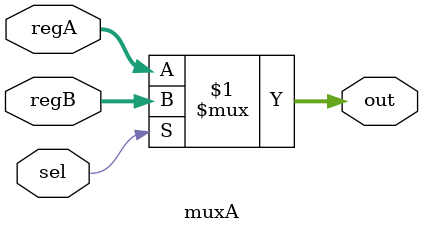
<source format=v>
module muxA(
    input [7:0] regA,
    input [7:0] regB,
    input sel,
    output [7:0] out
);
    assign out = (sel) ? regB : regA;
endmodule

</source>
